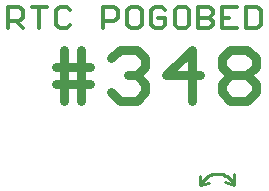
<source format=gto>
G75*
G70*
%OFA0B0*%
%FSLAX24Y24*%
%IPPOS*%
%LPD*%
%AMOC8*
5,1,8,0,0,1.08239X$1,22.5*
%
%ADD10C,0.0130*%
%ADD11C,0.0300*%
%ADD12C,0.0100*%
D10*
X002715Y017715D02*
X002715Y018446D01*
X003080Y018446D01*
X003202Y018324D01*
X003202Y018080D01*
X003080Y017959D01*
X002715Y017959D01*
X002959Y017959D02*
X003202Y017715D01*
X003750Y017715D02*
X003750Y018446D01*
X003507Y018446D02*
X003994Y018446D01*
X004299Y018324D02*
X004299Y017837D01*
X004421Y017715D01*
X004664Y017715D01*
X004786Y017837D01*
X004786Y018324D02*
X004664Y018446D01*
X004421Y018446D01*
X004299Y018324D01*
X005883Y018446D02*
X005883Y017715D01*
X005883Y017959D02*
X006248Y017959D01*
X006370Y018080D01*
X006370Y018324D01*
X006248Y018446D01*
X005883Y018446D01*
X006674Y018324D02*
X006674Y017837D01*
X006796Y017715D01*
X007040Y017715D01*
X007161Y017837D01*
X007161Y018324D01*
X007040Y018446D01*
X006796Y018446D01*
X006674Y018324D01*
X007466Y018324D02*
X007466Y017837D01*
X007588Y017715D01*
X007832Y017715D01*
X007953Y017837D01*
X007953Y018080D01*
X007710Y018080D01*
X007953Y018324D02*
X007832Y018446D01*
X007588Y018446D01*
X007466Y018324D01*
X008258Y018324D02*
X008258Y017837D01*
X008380Y017715D01*
X008623Y017715D01*
X008745Y017837D01*
X008745Y018324D01*
X008623Y018446D01*
X008380Y018446D01*
X008258Y018324D01*
X009050Y018446D02*
X009050Y017715D01*
X009415Y017715D01*
X009537Y017837D01*
X009537Y017959D01*
X009415Y018080D01*
X009050Y018080D01*
X009050Y018446D02*
X009415Y018446D01*
X009537Y018324D01*
X009537Y018202D01*
X009415Y018080D01*
X009842Y018080D02*
X010085Y018080D01*
X009842Y017715D02*
X009842Y018446D01*
X010329Y018446D01*
X010634Y018446D02*
X010999Y018446D01*
X011121Y018324D01*
X011121Y017837D01*
X010999Y017715D01*
X010634Y017715D01*
X010634Y018446D01*
X010329Y017715D02*
X009842Y017715D01*
D11*
X010108Y017001D02*
X010675Y017001D01*
X010959Y016718D01*
X010959Y016434D01*
X010675Y016151D01*
X010108Y016151D01*
X009825Y016434D01*
X009825Y016718D01*
X010108Y017001D01*
X010108Y016151D02*
X009825Y015867D01*
X009825Y015584D01*
X010108Y015300D01*
X010675Y015300D01*
X010959Y015584D01*
X010959Y015867D01*
X010675Y016151D01*
X009117Y016151D02*
X007983Y016151D01*
X008834Y017001D01*
X008834Y015300D01*
X007276Y015584D02*
X006992Y015300D01*
X006425Y015300D01*
X006142Y015584D01*
X006709Y016151D02*
X006992Y016151D01*
X007276Y015867D01*
X007276Y015584D01*
X006992Y016151D02*
X007276Y016434D01*
X007276Y016718D01*
X006992Y017001D01*
X006425Y017001D01*
X006142Y016718D01*
X005434Y016434D02*
X005151Y016434D01*
X004300Y016434D01*
X004300Y015867D02*
X005434Y015867D01*
X005151Y015300D02*
X005151Y017001D01*
X004584Y017001D02*
X004584Y015300D01*
D12*
X009110Y012514D02*
X009132Y012558D01*
X009158Y012600D01*
X009188Y012640D01*
X009220Y012677D01*
X009255Y012712D01*
X009293Y012744D01*
X009333Y012773D01*
X009375Y012798D01*
X009420Y012820D01*
X009466Y012838D01*
X009513Y012853D01*
X009561Y012864D01*
X009610Y012871D01*
X009659Y012875D01*
X009708Y012874D01*
X009758Y012870D01*
X009806Y012861D01*
X009854Y012849D01*
X009901Y012833D01*
X009946Y012814D01*
X009990Y012791D01*
X010032Y012764D01*
X010071Y012734D01*
X010108Y012702D01*
X010142Y012666D01*
X010174Y012628D01*
X010202Y012588D01*
X010227Y012545D01*
X010250Y012500D02*
X010250Y012850D01*
X010250Y012500D02*
X009950Y012600D01*
X009400Y012550D02*
X009100Y012500D01*
X009100Y012800D01*
M02*

</source>
